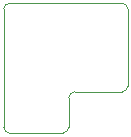
<source format=gbr>
%TF.GenerationSoftware,KiCad,Pcbnew,(6.0.8)*%
%TF.CreationDate,2023-03-28T20:57:46+01:00*%
%TF.ProjectId,motor,6d6f746f-722e-46b6-9963-61645f706362,rev?*%
%TF.SameCoordinates,Original*%
%TF.FileFunction,Profile,NP*%
%FSLAX46Y46*%
G04 Gerber Fmt 4.6, Leading zero omitted, Abs format (unit mm)*
G04 Created by KiCad (PCBNEW (6.0.8)) date 2023-03-28 20:57:46*
%MOMM*%
%LPD*%
G01*
G04 APERTURE LIST*
%TA.AperFunction,Profile*%
%ADD10C,0.100000*%
%TD*%
G04 APERTURE END LIST*
D10*
X57100000Y-60340000D02*
G75*
G03*
X57600000Y-59840000I0J500000D01*
G01*
X52100000Y-59840000D02*
G75*
G03*
X52600000Y-60340000I500000J0D01*
G01*
X52600000Y-49340000D02*
G75*
G03*
X52100000Y-49840000I0J-500000D01*
G01*
X62600000Y-49840000D02*
G75*
G03*
X62100000Y-49340000I-500000J0D01*
G01*
X62100000Y-56840000D02*
G75*
G03*
X62600000Y-56340000I0J500000D01*
G01*
X58100000Y-56840000D02*
G75*
G03*
X57600000Y-57340000I0J-500000D01*
G01*
X52100000Y-59840000D02*
X52100000Y-49840000D01*
X57100000Y-60340000D02*
X52600000Y-60340000D01*
X57600000Y-57340000D02*
X57600000Y-59840000D01*
X62100000Y-56840000D02*
X58100000Y-56840000D01*
X62600000Y-53840000D02*
X62600000Y-56340000D01*
X62600000Y-49840000D02*
X62600000Y-53840000D01*
X52600000Y-49340000D02*
X62100000Y-49340000D01*
M02*

</source>
